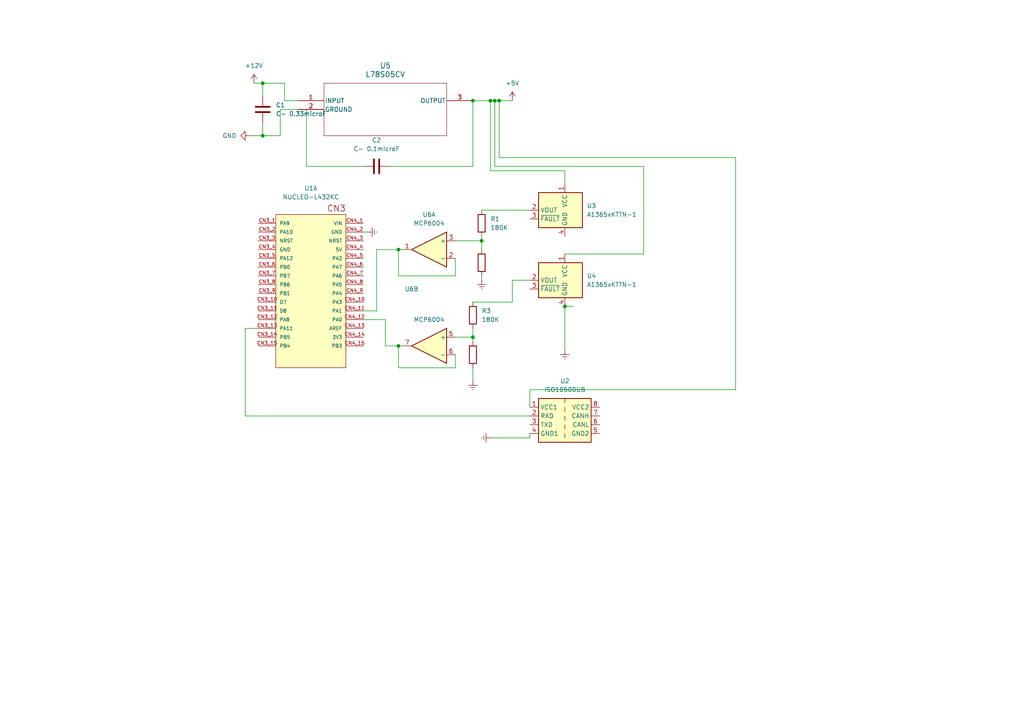
<source format=kicad_sch>
(kicad_sch (version 20230121) (generator eeschema)
  (paper "A4")
  (lib_symbols
    (symbol "1FS_2_Global_Symbol_Library:NUCLEO-L432KC" (pin_names (offset 1.016))
      (property "Reference" "U" (at 10.16 21.082 0))
      (property "Value" "NUCLEO-L432KC" (at -7.62 -25.4 0))
      (symbol "NUCLEO-L432KC_1_0"
        (rectangle (start -10.16 17.78) (end 10.16 -26.67) (stroke (width 0.1524)) (fill (type background)))
        (text "CN3" (at 10.16 18.542 0) (effects (font (size 1.778 1.778)) (justify right bottom)))
        (pin bidirectional line (at -15.24 15.24 0) (length 5.08) (name "PA9") (number "CN3_1"))
        (pin bidirectional line (at -15.24 -12.7 0) (length 5.08) (name "PA8") (number "CN3_12"))
        (pin bidirectional line (at -15.24 -15.24 0) (length 5.08) (name "PA11") (number "CN3_13"))
        (pin bidirectional line (at -15.24 -17.78 0) (length 5.08) (name "PB5") (number "CN3_14"))
        (pin bidirectional line (at -15.24 -20.32 0) (length 5.08) (name "PB4") (number "CN3_15"))
        (pin bidirectional line (at -15.24 12.7 0) (length 5.08) (name "PA10") (number "CN3_2"))
        (pin bidirectional line (at -15.24 5.08 0) (length 5.08) (name "PA12") (number "CN3_5"))
        (pin bidirectional line (at -15.24 2.54 0) (length 5.08) (name "PB0") (number "CN3_6"))
        (pin bidirectional line (at -15.24 0 0) (length 5.08) (name "PB7") (number "CN3_7"))
        (pin bidirectional line (at -15.24 -2.54 0) (length 5.08) (name "PB6") (number "CN3_8"))
        (pin bidirectional line (at -15.24 -5.08 0) (length 5.08) (name "PB1") (number "CN3_9"))
      )
      (symbol "NUCLEO-L432KC_1_1"
        (pin bidirectional line (at -15.24 -7.62 0) (length 5.08) (name "D7") (number "CN3_10"))
        (pin bidirectional line (at -15.24 -10.16 0) (length 5.08) (name "D8") (number "CN3_11"))
        (pin bidirectional line (at -15.24 10.16 0) (length 5.08) (name "NRST") (number "CN3_3"))
        (pin power_in line (at -15.24 7.62 0) (length 5.08) (name "GND") (number "CN3_4"))
        (pin power_in line (at 15.24 15.24 180) (length 5.08) (name "VIN") (number "CN4_1"))
        (pin bidirectional line (at 15.24 -7.62 180) (length 5.08) (name "PA3") (number "CN4_10"))
        (pin bidirectional line (at 15.24 -10.16 180) (length 5.08) (name "PA1") (number "CN4_11"))
        (pin bidirectional line (at 15.24 -12.7 180) (length 5.08) (name "PA0") (number "CN4_12"))
        (pin bidirectional line (at 15.24 -15.24 180) (length 5.08) (name "AREF") (number "CN4_13"))
        (pin power_out line (at 15.24 -17.78 180) (length 5.08) (name "3V3") (number "CN4_14"))
        (pin bidirectional line (at 15.24 -20.32 180) (length 5.08) (name "PB3") (number "CN4_15"))
        (pin power_in line (at 15.24 12.7 180) (length 5.08) (name "GND") (number "CN4_2"))
        (pin bidirectional line (at 15.24 10.16 180) (length 5.08) (name "NRST") (number "CN4_3"))
        (pin power_out line (at 15.24 7.62 180) (length 5.08) (name "5V") (number "CN4_4"))
        (pin bidirectional line (at 15.24 5.08 180) (length 5.08) (name "PA2") (number "CN4_5"))
        (pin bidirectional line (at 15.24 2.54 180) (length 5.08) (name "PA7") (number "CN4_6"))
        (pin bidirectional line (at 15.24 0 180) (length 5.08) (name "PA6") (number "CN4_7"))
        (pin bidirectional line (at 15.24 -2.54 180) (length 5.08) (name "PA5") (number "CN4_8"))
        (pin bidirectional line (at 15.24 -5.08 180) (length 5.08) (name "PA4") (number "CN4_9"))
      )
      (symbol "NUCLEO-L432KC_2_0"
        (rectangle (start -10.16 -17.78) (end 10.16 17.78) (stroke (width 0.1524)) (fill (type background)))
        (text "CN4" (at -10.16 18.542 0) (effects (font (size 1.778 1.778)) (justify left bottom)))
        (pin input line (at -15.24 7.62 0) (length 5.08) (name "VIN") (number "CN4_1"))
        (pin bidirectional line (at -15.24 -10.16 0) (length 5.08) (name "PA3") (number "CN4_10"))
        (pin bidirectional line (at -15.24 -5.08 0) (length 5.08) (name "PA1") (number "CN4_11"))
        (pin bidirectional line (at -15.24 -2.54 0) (length 5.08) (name "PA0") (number "CN4_12"))
        (pin bidirectional line (at 15.24 7.62 180) (length 5.08) (name "AREF") (number "CN4_13"))
        (pin power_in line (at 15.24 12.7 180) (length 5.08) (name "+3V3") (number "CN4_14"))
        (pin bidirectional line (at 15.24 2.54 180) (length 5.08) (name "PB3") (number "CN4_15"))
        (pin power_in line (at 15.24 -15.24 180) (length 5.08) (name "GND_CN4") (number "CN4_2"))
        (pin bidirectional line (at -15.24 2.54 0) (length 5.08) (name "NRST_CN4") (number "CN4_3"))
        (pin power_in line (at 15.24 15.24 180) (length 5.08) (name "+5V") (number "CN4_4"))
        (pin bidirectional line (at -15.24 -7.62 0) (length 5.08) (name "PA2") (number "CN4_5"))
        (pin bidirectional line (at 15.24 -10.16 180) (length 5.08) (name "PA7") (number "CN4_6"))
        (pin bidirectional line (at 15.24 -7.62 180) (length 5.08) (name "PA6") (number "CN4_7"))
        (pin bidirectional line (at 15.24 -5.08 180) (length 5.08) (name "PA5") (number "CN4_8"))
        (pin bidirectional line (at 15.24 -2.54 180) (length 5.08) (name "PA4") (number "CN4_9"))
      )
      (symbol "NUCLEO-L432KC_2_1"
        (pin bidirectional line (at 17.78 6.35 180) (length 5.08) (name "PA2") (number "-UB"))
      )
    )
    (symbol "Amplifier_Operational:MCP6004" (pin_names (offset 0.127))
      (property "Reference" "U" (at 0 5.08 0))
      (property "Value" "MCP6004" (at 0 -5.08 0))
      (symbol "MCP6004_1_1"
        (polyline (pts (xy -5.08 5.08) (xy 5.08 0) (xy -5.08 -5.08) (xy -5.08 5.08)) (stroke (width 0.254)) (fill (type background)))
        (pin output line (at 7.62 0 180) (length 2.54) (name "~") (number "1"))
        (pin input line (at -7.62 -2.54 0) (length 2.54) (name "-") (number "2"))
        (pin input line (at -7.62 2.54 0) (length 2.54) (name "+") (number "3"))
      )
      (symbol "MCP6004_2_1"
        (polyline (pts (xy -5.08 5.08) (xy 5.08 0) (xy -5.08 -5.08) (xy -5.08 5.08)) (stroke (width 0.254)) (fill (type background)))
        (pin input line (at -7.62 2.54 0) (length 2.54) (name "+") (number "5"))
        (pin input line (at -7.62 -2.54 0) (length 2.54) (name "-") (number "6"))
        (pin output line (at 7.62 0 180) (length 2.54) (name "~") (number "7"))
      )
      (symbol "MCP6004_3_1"
        (polyline (pts (xy -5.08 5.08) (xy 5.08 0) (xy -5.08 -5.08) (xy -5.08 5.08)) (stroke (width 0.254)) (fill (type background)))
        (pin input line (at -7.62 2.54 0) (length 2.54) (name "+") (number "10"))
        (pin output line (at 7.62 0 180) (length 2.54) (name "~") (number "8"))
        (pin input line (at -7.62 -2.54 0) (length 2.54) (name "-") (number "9"))
      )
      (symbol "MCP6004_4_1"
        (polyline (pts (xy -5.08 5.08) (xy 5.08 0) (xy -5.08 -5.08) (xy -5.08 5.08)) (stroke (width 0.254)) (fill (type background)))
        (pin input line (at -7.62 2.54 0) (length 2.54) (name "+") (number "12"))
        (pin input line (at -7.62 -2.54 0) (length 2.54) (name "-") (number "13"))
        (pin output line (at 7.62 0 180) (length 2.54) (name "~") (number "14"))
      )
      (symbol "MCP6004_5_1"
        (pin power_in line (at -2.54 -7.62 90) (length 3.81) (name "V-") (number "11"))
        (pin power_in line (at -2.54 7.62 270) (length 3.81) (name "V+") (number "4"))
      )
    )
    (symbol "Device:C" (pin_numbers hide) (pin_names (offset 0.254))
      (property "Reference" "C" (at 0.635 2.54 0))
      (property "Value" "C" (at 0.635 -2.54 0))
      (symbol "C_0_1"
        (polyline (pts (xy -2.032 -0.762) (xy 2.032 -0.762)) (stroke (width 0.508)))
        (polyline (pts (xy -2.032 0.762) (xy 2.032 0.762)) (stroke (width 0.508)))
      )
      (symbol "C_1_1"
        (pin passive line (at 0 3.81 270) (length 2.794) (name "~") (number "1"))
        (pin passive line (at 0 -3.81 90) (length 2.794) (name "~") (number "2"))
      )
    )
    (symbol "Device:R" (pin_numbers hide) (pin_names (offset 0))
      (property "Reference" "R" (at 2.032 0 90))
      (property "Value" "R" (at 0 0 90))
      (symbol "R_0_1"
        (rectangle (start -1.016 -2.54) (end 1.016 2.54) (stroke (width 0.254)))
      )
      (symbol "R_1_1"
        (pin passive line (at 0 3.81 270) (length 1.27) (name "~") (number "1"))
        (pin passive line (at 0 -3.81 90) (length 1.27) (name "~") (number "2"))
      )
    )
    (symbol "Interface_CAN_LIN:ISO1050DUB"
      (property "Reference" "U" (at -6.35 6.35 0))
      (property "Value" "ISO1050DUB" (at 2.54 6.35 0))
      (symbol "ISO1050DUB_0_1"
        (rectangle (start -7.62 5.08) (end 7.62 -7.62) (stroke (width 0.254)) (fill (type background)))
        (polyline (pts (xy 0 -5.08) (xy 0 -6.35)))
        (polyline (pts (xy 0 -2.54) (xy 0 -3.81)))
        (polyline (pts (xy 0 0) (xy 0 -1.27)))
        (polyline (pts (xy 0 2.54) (xy 0 1.27)))
        (polyline (pts (xy 0 5.08) (xy 0 3.81)))
      )
      (symbol "ISO1050DUB_1_1"
        (pin power_in line (at -10.16 2.54 0) (length 2.54) (name "VCC1") (number "1"))
        (pin output line (at -10.16 0 0) (length 2.54) (name "RXD") (number "2"))
        (pin input line (at -10.16 -2.54 0) (length 2.54) (name "TXD") (number "3"))
        (pin power_in line (at -10.16 -5.08 0) (length 2.54) (name "GND1") (number "4"))
        (pin power_in line (at 10.16 -5.08 180) (length 2.54) (name "GND2") (number "5"))
        (pin bidirectional line (at 10.16 -2.54 180) (length 2.54) (name "CANL") (number "6"))
        (pin bidirectional line (at 10.16 0 180) (length 2.54) (name "CANH") (number "7"))
        (pin power_in line (at 10.16 2.54 180) (length 2.54) (name "VCC2") (number "8"))
      )
    )
    (symbol "Regulator_Linear:L78S05CV" (pin_names (offset 0.254))
      (property "Reference" "U" (at 25.4 10.16 0))
      (property "Value" "L78S05CV" (at 25.4 7.62 0))
      (symbol "L78S05CV_0_1"
        (polyline (pts (xy 7.62 -10.16) (xy 43.18 -10.16)) (stroke (width 0.127)))
        (polyline (pts (xy 7.62 5.08) (xy 7.62 -10.16)) (stroke (width 0.127)))
        (polyline (pts (xy 43.18 -10.16) (xy 43.18 5.08)) (stroke (width 0.127)))
        (polyline (pts (xy 43.18 5.08) (xy 7.62 5.08)) (stroke (width 0.127)))
        (pin input line (at 0 0 0) (length 7.62) (name "INPUT") (number "1"))
        (pin power_out line (at 0 -2.54 0) (length 7.62) (name "GROUND") (number "2"))
        (pin output line (at 50.8 0 180) (length 7.62) (name "OUTPUT") (number "3"))
      )
    )
    (symbol "Sensor_Current:A1365xKTTN-1"
      (property "Reference" "U" (at 8.89 6.35 0))
      (property "Value" "A1365xKTTN-1" (at 8.89 3.81 0))
      (symbol "A1365xKTTN-1_0_1"
        (rectangle (start -5.08 5.08) (end 7.62 -5.08) (stroke (width 0.254)) (fill (type background)))
      )
      (symbol "A1365xKTTN-1_1_1"
        (pin power_in line (at 0 7.62 270) (length 2.54) (name "VCC") (number "1"))
        (pin output line (at 10.16 0 180) (length 2.54) (name "VOUT") (number "2"))
        (pin output line (at 10.16 -2.54 180) (length 2.54) (name "~{FAULT}") (number "3"))
        (pin power_in line (at 0 -7.62 90) (length 2.54) (name "GND") (number "4"))
      )
    )
    (symbol "power:+12V" (power) (pin_names (offset 0))
      (property "Value" "+12V" (at 0 3.556 0))
      (symbol "+12V_0_1"
        (polyline (pts (xy -0.762 1.27) (xy 0 2.54)))
        (polyline (pts (xy 0 0) (xy 0 2.54)))
        (polyline (pts (xy 0 2.54) (xy 0.762 1.27)))
      )
      (symbol "+12V_1_1"
        (pin power_in line (at 0 0 90) (length 0) hide (name "+12V") (number "1"))
      )
    )
    (symbol "power:+5V" (power) (pin_names (offset 0))
      (property "Value" "+5V" (at 0 3.556 0))
      (symbol "+5V_0_1"
        (polyline (pts (xy -0.762 1.27) (xy 0 2.54)))
        (polyline (pts (xy 0 0) (xy 0 2.54)))
        (polyline (pts (xy 0 2.54) (xy 0.762 1.27)))
      )
      (symbol "+5V_1_1"
        (pin power_in line (at 0 0 90) (length 0) hide (name "+5V") (number "1"))
      )
    )
    (symbol "power:Earth" (power) (pin_names (offset 0))
      (symbol "Earth_0_1"
        (polyline (pts (xy -0.635 -1.905) (xy 0.635 -1.905)))
        (polyline (pts (xy -0.127 -2.54) (xy 0.127 -2.54)))
        (polyline (pts (xy 0 -1.27) (xy 0 0)))
        (polyline (pts (xy 1.27 -1.27) (xy -1.27 -1.27)))
      )
      (symbol "Earth_1_1"
        (pin power_in line (at 0 0 270) (length 0) hide (name "Earth") (number "1"))
      )
    )
    (symbol "power:GND" (power) (pin_names (offset 0))
      (property "Value" "GND" (at 0 -3.81 0))
      (symbol "GND_0_1"
        (polyline (pts (xy 0 0) (xy 0 -1.27) (xy 1.27 -1.27) (xy 0 -2.54) (xy -1.27 -1.27) (xy 0 -1.27)))
      )
      (symbol "GND_1_1"
        (pin power_in line (at 0 0 270) (length 0) hide (name "GND") (number "1"))
      )
    )
  )
  (junction (at 143.51 29.21))
  (junction (at 76.2 39.37))
  (junction (at 163.83 88.9))
  (junction (at 139.7 69.85))
  (junction (at 137.16 97.79))
  (junction (at 137.16 29.21))
  (junction (at 115.57 72.39))
  (junction (at 142.24 29.21))
  (junction (at 76.2 24.13))
  (junction (at 144.78 29.21))
  (junction (at 115.57 100.33))
  (wire (pts (xy 115.57 106.68) (xy 132.08 106.68)))
  (wire (pts (xy 132.08 106.68) (xy 132.08 102.87)))
  (wire (pts (xy 82.55 29.21) (xy 86.36 29.21)))
  (wire (pts (xy 213.36 113.03) (xy 153.67 113.03)))
  (wire (pts (xy 186.69 48.26) (xy 186.69 73.66)))
  (wire (pts (xy 148.59 81.28) (xy 148.59 87.63)))
  (wire (pts (xy 105.41 67.31) (xy 106.68 67.31)))
  (wire (pts (xy 132.08 80.01) (xy 132.08 74.93)))
  (wire (pts (xy 163.83 53.34) (xy 163.83 49.53)))
  (wire (pts (xy 71.12 120.65) (xy 153.67 120.65)))
  (wire (pts (xy 143.51 48.26) (xy 186.69 48.26)))
  (wire (pts (xy 115.57 100.33) (xy 111.76 100.33)))
  (wire (pts (xy 142.24 127) (xy 153.67 127)))
  (wire (pts (xy 109.22 90.17) (xy 105.41 90.17)))
  (wire (pts (xy 116.84 72.39) (xy 115.57 72.39)))
  (wire (pts (xy 88.9 31.75) (xy 88.9 48.26)))
  (wire (pts (xy 153.67 113.03) (xy 153.67 118.11)))
  (wire (pts (xy 76.2 35.56) (xy 76.2 39.37)))
  (wire (pts (xy 134.62 29.21) (xy 137.16 29.21)))
  (wire (pts (xy 74.93 95.25) (xy 71.12 95.25)))
  (wire (pts (xy 115.57 100.33) (xy 115.57 106.68)))
  (wire (pts (xy 116.84 100.33) (xy 115.57 100.33)))
  (wire (pts (xy 111.76 100.33) (xy 111.76 92.71)))
  (wire (pts (xy 142.24 49.53) (xy 163.83 49.53)))
  (wire (pts (xy 137.16 97.79) (xy 137.16 99.06)))
  (wire (pts (xy 81.28 31.75) (xy 86.36 31.75)))
  (wire (pts (xy 109.22 72.39) (xy 109.22 90.17)))
  (wire (pts (xy 153.67 81.28) (xy 148.59 81.28)))
  (wire (pts (xy 137.16 106.68) (xy 137.16 110.49)))
  (wire (pts (xy 163.83 73.66) (xy 186.69 73.66)))
  (wire (pts (xy 137.16 48.26) (xy 137.16 29.21)))
  (wire (pts (xy 71.12 95.25) (xy 71.12 120.65)))
  (wire (pts (xy 139.7 60.96) (xy 153.67 60.96)))
  (wire (pts (xy 137.16 29.21) (xy 142.24 29.21)))
  (wire (pts (xy 132.08 69.85) (xy 139.7 69.85)))
  (wire (pts (xy 137.16 95.25) (xy 137.16 97.79)))
  (wire (pts (xy 73.66 24.13) (xy 76.2 24.13)))
  (wire (pts (xy 139.7 69.85) (xy 139.7 72.39)))
  (wire (pts (xy 115.57 80.01) (xy 132.08 80.01)))
  (wire (pts (xy 166.37 88.9) (xy 163.83 88.9)))
  (wire (pts (xy 76.2 24.13) (xy 76.2 27.94)))
  (wire (pts (xy 139.7 80.01) (xy 139.7 81.28)))
  (wire (pts (xy 139.7 68.58) (xy 139.7 69.85)))
  (wire (pts (xy 76.2 24.13) (xy 82.55 24.13)))
  (wire (pts (xy 213.36 45.72) (xy 213.36 113.03)))
  (wire (pts (xy 115.57 72.39) (xy 109.22 72.39)))
  (wire (pts (xy 115.57 72.39) (xy 115.57 80.01)))
  (wire (pts (xy 153.67 127) (xy 153.67 125.73)))
  (wire (pts (xy 81.28 39.37) (xy 81.28 31.75)))
  (wire (pts (xy 76.2 39.37) (xy 81.28 39.37)))
  (wire (pts (xy 144.78 29.21) (xy 143.51 29.21)))
  (wire (pts (xy 148.59 87.63) (xy 137.16 87.63)))
  (wire (pts (xy 144.78 45.72) (xy 213.36 45.72)))
  (wire (pts (xy 82.55 24.13) (xy 82.55 29.21)))
  (wire (pts (xy 111.76 92.71) (xy 105.41 92.71)))
  (wire (pts (xy 143.51 29.21) (xy 143.51 48.26)))
  (wire (pts (xy 113.03 48.26) (xy 137.16 48.26)))
  (wire (pts (xy 72.39 39.37) (xy 76.2 39.37)))
  (wire (pts (xy 144.78 29.21) (xy 144.78 45.72)))
  (wire (pts (xy 142.24 29.21) (xy 142.24 49.53)))
  (wire (pts (xy 163.83 88.9) (xy 163.83 101.6)))
  (wire (pts (xy 132.08 97.79) (xy 137.16 97.79)))
  (wire (pts (xy 148.59 29.21) (xy 144.78 29.21)))
  (wire (pts (xy 88.9 48.26) (xy 105.41 48.26)))
  (wire (pts (xy 143.51 29.21) (xy 142.24 29.21)))
  (symbol (lib_id "Device:R") (at 137.16 91.44 0) (unit 1)
    (property "Reference" "R3" (at 139.7 90.17 0) (effects (justify left)))
    (property "Value" "180K" (at 139.7 92.71 0) (effects (justify left)))
  )
  (symbol (lib_id "Device:C") (at 109.22 48.26 90) (unit 1)
    (property "Reference" "C2" (at 109.22 40.64 90))
    (property "Value" "C- 0.1microF" (at 109.22 43.18 90))
  )
  (symbol (lib_id "power:Earth") (at 142.24 127 270) (unit 1)
    (property "Reference" "#PWR07" (effects hide))
    (property "Value" "Earth" (effects hide))
  )
  (symbol (lib_id "Device:R") (at 137.16 102.87 0) (unit 1)
    (property "Reference" "R4" (effects hide))
    (property "Value" "330k" (effects hide))
  )
  (symbol (lib_id "Amplifier_Operational:MCP6004") (at 124.46 100.33 0) (mirror y) (unit 2)
    (property "Reference" "U6" (at 119.38 83.82 0))
    (property "Value" "MCP6004" (at 124.46 92.71 0))
    (property "Datasheet" "http://ww1.microchip.com/downloads/en/DeviceDoc/21733j.pdf" (effects hide))
  )
  (symbol (lib_id "Device:R") (at 139.7 64.77 0) (unit 1)
    (property "Reference" "R1" (at 142.24 63.5 0) (effects (justify left)))
    (property "Value" "180K" (at 142.24 66.04 0) (effects (justify left)))
  )
  (symbol (lib_id "power:Earth") (at 139.7 81.28 0) (unit 1)
    (property "Reference" "#PWR08" (effects hide))
    (property "Value" "Earth" (effects hide))
  )
  (symbol (lib_id "power:Earth") (at 106.68 67.31 90) (unit 1)
    (property "Reference" "#PWR06" (effects hide))
    (property "Value" "Earth" (effects hide))
  )
  (symbol (lib_id "Sensor_Current:A1365xKTTN-1") (at 163.83 60.96 0) (mirror y) (unit 1)
    (property "Reference" "U3" (at 170.18 59.69 0) (effects (justify right)))
    (property "Value" "A1365xKTTN-1" (at 170.18 62.23 0) (effects (justify right)))
    (property "Footprint" "Sensor_Current:Allegro_SIP-4" (effects hide))
    (property "Datasheet" "http://www.allegromicro.com/~/media/Files/Datasheets/A1365-Datasheet.ashx?la=en" (effects hide))
  )
  (symbol (lib_id "Regulator_Linear:L78S05CV") (at 86.36 29.21 0) (unit 1)
    (property "Reference" "U5" (at 111.76 19.05 0) (effects (font (size 1.524 1.524))))
    (property "Value" "L78S05CV" (at 111.76 21.59 0) (effects (font (size 1.524 1.524))))
    (property "Footprint" "TO-220_STM" (effects hide))
    (property "Datasheet" "L78S05CV" (effects hide))
  )
  (symbol (lib_id "Amplifier_Operational:MCP6004") (at 124.46 72.39 0) (mirror y) (unit 1)
    (property "Reference" "U6" (at 124.46 62.23 0))
    (property "Value" "MCP6004" (at 124.46 64.77 0))
    (property "Datasheet" "http://ww1.microchip.com/downloads/en/DeviceDoc/21733j.pdf" (effects hide))
  )
  (symbol (lib_id "power:+5V") (at 148.59 29.21 0) (unit 1)
    (property "Reference" "#PWR03" (effects hide))
    (property "Value" "+5V" (at 148.59 24.13 0))
  )
  (symbol (lib_id "1FS_2_Global_Symbol_Library:NUCLEO-L432KC") (at 90.17 80.01 0) (unit 1)
    (property "Reference" "U1" (at 90.17 54.61 0))
    (property "Value" "NUCLEO-L432KC" (at 90.17 57.15 0))
    (property "Footprint" "NUCLEO-L432KC:MODULE_NUCLEO-L432KC" (effects hide))
    (property "PARTREV" "N/A" (effects hide))
    (property "STANDARD" "Manufacturer Recommendations" (effects hide))
    (property "MAXIMUM_PACKAGE_HEIGHT" "N/A" (effects hide))
    (property "MANUFACTURER" "ST Microelectronics" (effects hide))
  )
  (symbol (lib_id "power:Earth") (at 137.16 110.49 0) (unit 1)
    (property "Reference" "#PWR04" (effects hide))
    (property "Value" "Earth" (effects hide))
  )
  (symbol (lib_id "power:+12V") (at 73.66 24.13 0) (unit 1)
    (property "Reference" "#PWR02" (effects hide))
    (property "Value" "+12V" (at 73.66 19.05 0))
  )
  (symbol (lib_id "power:GND") (at 72.39 39.37 270) (unit 1)
    (property "Reference" "#PWR01" (effects hide))
    (property "Value" "GND" (at 68.58 39.37 90) (effects (justify right)))
  )
  (symbol (lib_id "power:Earth") (at 163.83 101.6 0) (unit 1)
    (property "Reference" "#PWR05" (effects hide))
    (property "Value" "Earth" (effects hide))
  )
  (symbol (lib_id "Interface_CAN_LIN:ISO1050DUB") (at 163.83 120.65 0) (unit 1)
    (property "Reference" "U2" (at 163.83 110.49 0))
    (property "Value" "ISO1050DUB" (at 163.83 113.03 0))
    (property "Footprint" "Package_SO:SOP-8_6.62x9.15mm_P2.54mm" (effects hide))
    (property "Datasheet" "http://www.ti.com/lit/ds/symlink/iso1050.pdf" (effects hide))
  )
  (symbol (lib_id "Device:C") (at 76.2 31.75 0) (unit 1)
    (property "Reference" "C1" (at 80.01 30.48 0) (effects (justify left)))
    (property "Value" "C- 0.33microF" (at 80.01 33.02 0) (effects (justify left)))
  )
  (symbol (lib_id "Sensor_Current:A1365xKTTN-1") (at 163.83 81.28 0) (mirror y) (unit 1)
    (property "Reference" "U4" (at 170.18 80.01 0) (effects (justify right)))
    (property "Value" "A1365xKTTN-1" (at 170.18 82.55 0) (effects (justify right)))
    (property "Footprint" "Sensor_Current:Allegro_SIP-4" (effects hide))
    (property "Datasheet" "http://www.allegromicro.com/~/media/Files/Datasheets/A1365-Datasheet.ashx?la=en" (effects hide))
  )
  (symbol (lib_id "Device:R") (at 139.7 76.2 0) (unit 1)
    (property "Reference" "R2" (effects hide))
    (property "Value" "330k" (effects hide))
  )
)
</source>
